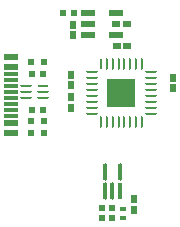
<source format=gbp>
G04*
G04 #@! TF.GenerationSoftware,Altium Limited,DefaultClient, ()*
G04*
G04 Layer_Color=128*
%FSLAX44Y44*%
%MOMM*%
G71*
G04*
G04 #@! TF.SameCoordinates,17B1D168-C64C-4368-B74A-C04FDEF24575*
G04*
G04*
G04 #@! TF.FilePolarity,Positive*
G04*
G01*
G75*
%ADD17R,0.5500X0.5500*%
%ADD52R,0.5000X0.6000*%
%ADD53R,0.9654X0.2393*%
G04:AMPARAMS|DCode=54|XSize=0.9654mm|YSize=0.2393mm|CornerRadius=0.1196mm|HoleSize=0mm|Usage=FLASHONLY|Rotation=180.000|XOffset=0mm|YOffset=0mm|HoleType=Round|Shape=RoundedRectangle|*
%AMROUNDEDRECTD54*
21,1,0.9654,0.0000,0,0,180.0*
21,1,0.7261,0.2393,0,0,180.0*
1,1,0.2393,-0.3630,0.0000*
1,1,0.2393,0.3630,0.0000*
1,1,0.2393,0.3630,0.0000*
1,1,0.2393,-0.3630,0.0000*
%
%ADD54ROUNDEDRECTD54*%
%ADD55R,0.3758X1.4640*%
G04:AMPARAMS|DCode=56|XSize=1.464mm|YSize=0.3758mm|CornerRadius=0.1879mm|HoleSize=0mm|Usage=FLASHONLY|Rotation=90.000|XOffset=0mm|YOffset=0mm|HoleType=Round|Shape=RoundedRectangle|*
%AMROUNDEDRECTD56*
21,1,1.4640,0.0000,0,0,90.0*
21,1,1.0881,0.3758,0,0,90.0*
1,1,0.3758,0.0000,0.5441*
1,1,0.3758,0.0000,-0.5441*
1,1,0.3758,0.0000,-0.5441*
1,1,0.3758,0.0000,0.5441*
%
%ADD56ROUNDEDRECTD56*%
%ADD57R,0.5000X0.3000*%
G04:AMPARAMS|DCode=58|XSize=0.55mm|YSize=0.5mm|CornerRadius=0.0625mm|HoleSize=0mm|Usage=FLASHONLY|Rotation=90.000|XOffset=0mm|YOffset=0mm|HoleType=Round|Shape=RoundedRectangle|*
%AMROUNDEDRECTD58*
21,1,0.5500,0.3750,0,0,90.0*
21,1,0.4250,0.5000,0,0,90.0*
1,1,0.1250,0.1875,0.2125*
1,1,0.1250,0.1875,-0.2125*
1,1,0.1250,-0.1875,-0.2125*
1,1,0.1250,-0.1875,0.2125*
%
%ADD58ROUNDEDRECTD58*%
G04:AMPARAMS|DCode=59|XSize=1.24mm|YSize=0.55mm|CornerRadius=0.0688mm|HoleSize=0mm|Usage=FLASHONLY|Rotation=0.000|XOffset=0mm|YOffset=0mm|HoleType=Round|Shape=RoundedRectangle|*
%AMROUNDEDRECTD59*
21,1,1.2400,0.4125,0,0,0.0*
21,1,1.1025,0.5500,0,0,0.0*
1,1,0.1375,0.5513,-0.2063*
1,1,0.1375,-0.5513,-0.2063*
1,1,0.1375,-0.5513,0.2063*
1,1,0.1375,0.5513,0.2063*
%
%ADD59ROUNDEDRECTD59*%
%ADD60R,0.6600X0.6200*%
%ADD61R,0.6200X0.6600*%
G04:AMPARAMS|DCode=62|XSize=0.2393mm|YSize=0.9354mm|CornerRadius=0.1196mm|HoleSize=0mm|Usage=FLASHONLY|Rotation=270.000|XOffset=0mm|YOffset=0mm|HoleType=Round|Shape=RoundedRectangle|*
%AMROUNDEDRECTD62*
21,1,0.2393,0.6961,0,0,270.0*
21,1,0.0000,0.9354,0,0,270.0*
1,1,0.2393,-0.3480,0.0000*
1,1,0.2393,-0.3480,0.0000*
1,1,0.2393,0.3480,0.0000*
1,1,0.2393,0.3480,0.0000*
%
%ADD62ROUNDEDRECTD62*%
G04:AMPARAMS|DCode=63|XSize=0.9354mm|YSize=0.2393mm|CornerRadius=0.1196mm|HoleSize=0mm|Usage=FLASHONLY|Rotation=270.000|XOffset=0mm|YOffset=0mm|HoleType=Round|Shape=RoundedRectangle|*
%AMROUNDEDRECTD63*
21,1,0.9354,0.0000,0,0,270.0*
21,1,0.6961,0.2393,0,0,270.0*
1,1,0.2393,0.0000,-0.3480*
1,1,0.2393,0.0000,0.3480*
1,1,0.2393,0.0000,0.3480*
1,1,0.2393,0.0000,-0.3480*
%
%ADD63ROUNDEDRECTD63*%
%ADD64R,0.2393X0.9354*%
%ADD66R,1.1500X0.6000*%
%ADD67R,1.1500X0.3000*%
%ADD68R,0.5500X0.5500*%
%ADD78R,2.3401X2.3401*%
D17*
X-175840Y-83820D02*
D03*
X-184840D02*
D03*
X-175840Y-53340D02*
D03*
X-184840D02*
D03*
D52*
X-175090Y-92710D02*
D03*
X-185590D02*
D03*
X-175090Y-43180D02*
D03*
X-185590D02*
D03*
X-175090Y-102870D02*
D03*
X-185590D02*
D03*
D53*
X-175844Y-63580D02*
D03*
D54*
Y-68580D02*
D03*
Y-73580D02*
D03*
X-189916D02*
D03*
Y-68580D02*
D03*
Y-63580D02*
D03*
D55*
X-110456Y-152551D02*
D03*
D56*
X-116956D02*
D03*
X-123456D02*
D03*
Y-136149D02*
D03*
X-110456D02*
D03*
D57*
X-107950Y-167640D02*
D03*
Y-175260D02*
D03*
D58*
X-149920Y-1500D02*
D03*
X-158920D02*
D03*
D59*
X-137696Y-20500D02*
D03*
Y-11000D02*
D03*
Y-1500D02*
D03*
X-113996D02*
D03*
Y-20500D02*
D03*
D60*
X-105036Y-11000D02*
D03*
X-113636D02*
D03*
X-113519Y-29359D02*
D03*
X-104919D02*
D03*
D61*
X-149976Y-11780D02*
D03*
Y-20380D02*
D03*
X-152400Y-62720D02*
D03*
Y-54120D02*
D03*
X-65960Y-56580D02*
D03*
Y-65180D02*
D03*
X-99060Y-168130D02*
D03*
Y-159530D02*
D03*
X-152400Y-73170D02*
D03*
Y-81770D02*
D03*
D62*
X-134012Y-51920D02*
D03*
Y-56920D02*
D03*
Y-61920D02*
D03*
Y-66920D02*
D03*
Y-71920D02*
D03*
Y-76920D02*
D03*
Y-81920D02*
D03*
Y-86920D02*
D03*
X-84659D02*
D03*
Y-81920D02*
D03*
Y-76920D02*
D03*
Y-71920D02*
D03*
Y-66920D02*
D03*
Y-61920D02*
D03*
Y-56920D02*
D03*
Y-51920D02*
D03*
D63*
X-126836Y-94097D02*
D03*
X-121836D02*
D03*
X-116836D02*
D03*
X-111836D02*
D03*
X-106836D02*
D03*
X-101836D02*
D03*
X-96836D02*
D03*
X-91836D02*
D03*
Y-44744D02*
D03*
X-96836D02*
D03*
X-101836D02*
D03*
X-106836D02*
D03*
X-111836D02*
D03*
X-116836D02*
D03*
X-121836D02*
D03*
D64*
X-126836D02*
D03*
D66*
X-202780Y-39040D02*
D03*
Y-103040D02*
D03*
Y-47040D02*
D03*
Y-95040D02*
D03*
D67*
Y-53540D02*
D03*
Y-58540D02*
D03*
Y-63540D02*
D03*
Y-68540D02*
D03*
Y-73540D02*
D03*
Y-78540D02*
D03*
Y-83540D02*
D03*
Y-88540D02*
D03*
D68*
X-116956Y-175520D02*
D03*
Y-166520D02*
D03*
X-125846Y-175520D02*
D03*
Y-166520D02*
D03*
D78*
X-109336Y-69420D02*
D03*
M02*

</source>
